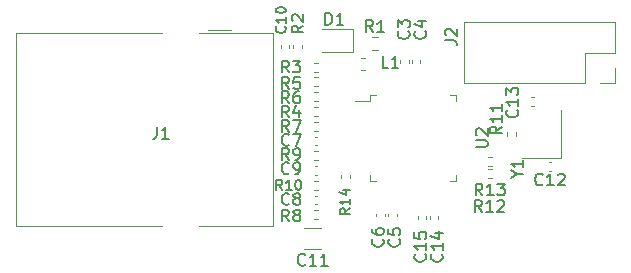
<source format=gbr>
%TF.GenerationSoftware,KiCad,Pcbnew,(6.0.4)*%
%TF.CreationDate,2022-06-15T11:08:03+02:00*%
%TF.ProjectId,W5500_Shield_Ethernet,57353530-305f-4536-9869-656c645f4574,rev?*%
%TF.SameCoordinates,Original*%
%TF.FileFunction,Legend,Top*%
%TF.FilePolarity,Positive*%
%FSLAX46Y46*%
G04 Gerber Fmt 4.6, Leading zero omitted, Abs format (unit mm)*
G04 Created by KiCad (PCBNEW (6.0.4)) date 2022-06-15 11:08:03*
%MOMM*%
%LPD*%
G01*
G04 APERTURE LIST*
%ADD10C,0.150000*%
%ADD11C,0.120000*%
G04 APERTURE END LIST*
D10*
%TO.C,Y1*%
X123576190Y-73076190D02*
X124052380Y-73076190D01*
X123052380Y-73409523D02*
X123576190Y-73076190D01*
X123052380Y-72742857D01*
X124052380Y-71885714D02*
X124052380Y-72457142D01*
X124052380Y-72171428D02*
X123052380Y-72171428D01*
X123195238Y-72266666D01*
X123290476Y-72361904D01*
X123338095Y-72457142D01*
%TO.C,C13*%
X123557142Y-67642857D02*
X123604761Y-67690476D01*
X123652380Y-67833333D01*
X123652380Y-67928571D01*
X123604761Y-68071428D01*
X123509523Y-68166666D01*
X123414285Y-68214285D01*
X123223809Y-68261904D01*
X123080952Y-68261904D01*
X122890476Y-68214285D01*
X122795238Y-68166666D01*
X122700000Y-68071428D01*
X122652380Y-67928571D01*
X122652380Y-67833333D01*
X122700000Y-67690476D01*
X122747619Y-67642857D01*
X123652380Y-66690476D02*
X123652380Y-67261904D01*
X123652380Y-66976190D02*
X122652380Y-66976190D01*
X122795238Y-67071428D01*
X122890476Y-67166666D01*
X122938095Y-67261904D01*
X122652380Y-66357142D02*
X122652380Y-65738095D01*
X123033333Y-66071428D01*
X123033333Y-65928571D01*
X123080952Y-65833333D01*
X123128571Y-65785714D01*
X123223809Y-65738095D01*
X123461904Y-65738095D01*
X123557142Y-65785714D01*
X123604761Y-65833333D01*
X123652380Y-65928571D01*
X123652380Y-66214285D01*
X123604761Y-66309523D01*
X123557142Y-66357142D01*
%TO.C,C10*%
X103903571Y-60546428D02*
X103944047Y-60586904D01*
X103984523Y-60708333D01*
X103984523Y-60789285D01*
X103944047Y-60910714D01*
X103863095Y-60991666D01*
X103782142Y-61032142D01*
X103620238Y-61072619D01*
X103498809Y-61072619D01*
X103336904Y-61032142D01*
X103255952Y-60991666D01*
X103175000Y-60910714D01*
X103134523Y-60789285D01*
X103134523Y-60708333D01*
X103175000Y-60586904D01*
X103215476Y-60546428D01*
X103984523Y-59736904D02*
X103984523Y-60222619D01*
X103984523Y-59979761D02*
X103134523Y-59979761D01*
X103255952Y-60060714D01*
X103336904Y-60141666D01*
X103377380Y-60222619D01*
X103134523Y-59210714D02*
X103134523Y-59129761D01*
X103175000Y-59048809D01*
X103215476Y-59008333D01*
X103296428Y-58967857D01*
X103458333Y-58927380D01*
X103660714Y-58927380D01*
X103822619Y-58967857D01*
X103903571Y-59008333D01*
X103944047Y-59048809D01*
X103984523Y-59129761D01*
X103984523Y-59210714D01*
X103944047Y-59291666D01*
X103903571Y-59332142D01*
X103822619Y-59372619D01*
X103660714Y-59413095D01*
X103458333Y-59413095D01*
X103296428Y-59372619D01*
X103215476Y-59332142D01*
X103175000Y-59291666D01*
X103134523Y-59210714D01*
%TO.C,R12*%
X120557142Y-76252380D02*
X120223809Y-75776190D01*
X119985714Y-76252380D02*
X119985714Y-75252380D01*
X120366666Y-75252380D01*
X120461904Y-75300000D01*
X120509523Y-75347619D01*
X120557142Y-75442857D01*
X120557142Y-75585714D01*
X120509523Y-75680952D01*
X120461904Y-75728571D01*
X120366666Y-75776190D01*
X119985714Y-75776190D01*
X121509523Y-76252380D02*
X120938095Y-76252380D01*
X121223809Y-76252380D02*
X121223809Y-75252380D01*
X121128571Y-75395238D01*
X121033333Y-75490476D01*
X120938095Y-75538095D01*
X121890476Y-75347619D02*
X121938095Y-75300000D01*
X122033333Y-75252380D01*
X122271428Y-75252380D01*
X122366666Y-75300000D01*
X122414285Y-75347619D01*
X122461904Y-75442857D01*
X122461904Y-75538095D01*
X122414285Y-75680952D01*
X121842857Y-76252380D01*
X122461904Y-76252380D01*
%TO.C,R11*%
X122252380Y-69042857D02*
X121776190Y-69376190D01*
X122252380Y-69614285D02*
X121252380Y-69614285D01*
X121252380Y-69233333D01*
X121300000Y-69138095D01*
X121347619Y-69090476D01*
X121442857Y-69042857D01*
X121585714Y-69042857D01*
X121680952Y-69090476D01*
X121728571Y-69138095D01*
X121776190Y-69233333D01*
X121776190Y-69614285D01*
X122252380Y-68090476D02*
X122252380Y-68661904D01*
X122252380Y-68376190D02*
X121252380Y-68376190D01*
X121395238Y-68471428D01*
X121490476Y-68566666D01*
X121538095Y-68661904D01*
X122252380Y-67138095D02*
X122252380Y-67709523D01*
X122252380Y-67423809D02*
X121252380Y-67423809D01*
X121395238Y-67519047D01*
X121490476Y-67614285D01*
X121538095Y-67709523D01*
%TO.C,C8*%
X104233333Y-75557142D02*
X104185714Y-75604761D01*
X104042857Y-75652380D01*
X103947619Y-75652380D01*
X103804761Y-75604761D01*
X103709523Y-75509523D01*
X103661904Y-75414285D01*
X103614285Y-75223809D01*
X103614285Y-75080952D01*
X103661904Y-74890476D01*
X103709523Y-74795238D01*
X103804761Y-74700000D01*
X103947619Y-74652380D01*
X104042857Y-74652380D01*
X104185714Y-74700000D01*
X104233333Y-74747619D01*
X104804761Y-75080952D02*
X104709523Y-75033333D01*
X104661904Y-74985714D01*
X104614285Y-74890476D01*
X104614285Y-74842857D01*
X104661904Y-74747619D01*
X104709523Y-74700000D01*
X104804761Y-74652380D01*
X104995238Y-74652380D01*
X105090476Y-74700000D01*
X105138095Y-74747619D01*
X105185714Y-74842857D01*
X105185714Y-74890476D01*
X105138095Y-74985714D01*
X105090476Y-75033333D01*
X104995238Y-75080952D01*
X104804761Y-75080952D01*
X104709523Y-75128571D01*
X104661904Y-75176190D01*
X104614285Y-75271428D01*
X104614285Y-75461904D01*
X104661904Y-75557142D01*
X104709523Y-75604761D01*
X104804761Y-75652380D01*
X104995238Y-75652380D01*
X105090476Y-75604761D01*
X105138095Y-75557142D01*
X105185714Y-75461904D01*
X105185714Y-75271428D01*
X105138095Y-75176190D01*
X105090476Y-75128571D01*
X104995238Y-75080952D01*
%TO.C,L1*%
X112633333Y-64052380D02*
X112157142Y-64052380D01*
X112157142Y-63052380D01*
X113490476Y-64052380D02*
X112919047Y-64052380D01*
X113204761Y-64052380D02*
X113204761Y-63052380D01*
X113109523Y-63195238D01*
X113014285Y-63290476D01*
X112919047Y-63338095D01*
%TO.C,C14*%
X117157142Y-79842857D02*
X117204761Y-79890476D01*
X117252380Y-80033333D01*
X117252380Y-80128571D01*
X117204761Y-80271428D01*
X117109523Y-80366666D01*
X117014285Y-80414285D01*
X116823809Y-80461904D01*
X116680952Y-80461904D01*
X116490476Y-80414285D01*
X116395238Y-80366666D01*
X116300000Y-80271428D01*
X116252380Y-80128571D01*
X116252380Y-80033333D01*
X116300000Y-79890476D01*
X116347619Y-79842857D01*
X117252380Y-78890476D02*
X117252380Y-79461904D01*
X117252380Y-79176190D02*
X116252380Y-79176190D01*
X116395238Y-79271428D01*
X116490476Y-79366666D01*
X116538095Y-79461904D01*
X116585714Y-78033333D02*
X117252380Y-78033333D01*
X116204761Y-78271428D02*
X116919047Y-78509523D01*
X116919047Y-77890476D01*
%TO.C,R10*%
X103653571Y-74384523D02*
X103370238Y-73979761D01*
X103167857Y-74384523D02*
X103167857Y-73534523D01*
X103491666Y-73534523D01*
X103572619Y-73575000D01*
X103613095Y-73615476D01*
X103653571Y-73696428D01*
X103653571Y-73817857D01*
X103613095Y-73898809D01*
X103572619Y-73939285D01*
X103491666Y-73979761D01*
X103167857Y-73979761D01*
X104463095Y-74384523D02*
X103977380Y-74384523D01*
X104220238Y-74384523D02*
X104220238Y-73534523D01*
X104139285Y-73655952D01*
X104058333Y-73736904D01*
X103977380Y-73777380D01*
X104989285Y-73534523D02*
X105070238Y-73534523D01*
X105151190Y-73575000D01*
X105191666Y-73615476D01*
X105232142Y-73696428D01*
X105272619Y-73858333D01*
X105272619Y-74060714D01*
X105232142Y-74222619D01*
X105191666Y-74303571D01*
X105151190Y-74344047D01*
X105070238Y-74384523D01*
X104989285Y-74384523D01*
X104908333Y-74344047D01*
X104867857Y-74303571D01*
X104827380Y-74222619D01*
X104786904Y-74060714D01*
X104786904Y-73858333D01*
X104827380Y-73696428D01*
X104867857Y-73615476D01*
X104908333Y-73575000D01*
X104989285Y-73534523D01*
%TO.C,C11*%
X105607142Y-80707142D02*
X105559523Y-80754761D01*
X105416666Y-80802380D01*
X105321428Y-80802380D01*
X105178571Y-80754761D01*
X105083333Y-80659523D01*
X105035714Y-80564285D01*
X104988095Y-80373809D01*
X104988095Y-80230952D01*
X105035714Y-80040476D01*
X105083333Y-79945238D01*
X105178571Y-79850000D01*
X105321428Y-79802380D01*
X105416666Y-79802380D01*
X105559523Y-79850000D01*
X105607142Y-79897619D01*
X106559523Y-80802380D02*
X105988095Y-80802380D01*
X106273809Y-80802380D02*
X106273809Y-79802380D01*
X106178571Y-79945238D01*
X106083333Y-80040476D01*
X105988095Y-80088095D01*
X107511904Y-80802380D02*
X106940476Y-80802380D01*
X107226190Y-80802380D02*
X107226190Y-79802380D01*
X107130952Y-79945238D01*
X107035714Y-80040476D01*
X106940476Y-80088095D01*
%TO.C,C12*%
X125707142Y-73917142D02*
X125659523Y-73964761D01*
X125516666Y-74012380D01*
X125421428Y-74012380D01*
X125278571Y-73964761D01*
X125183333Y-73869523D01*
X125135714Y-73774285D01*
X125088095Y-73583809D01*
X125088095Y-73440952D01*
X125135714Y-73250476D01*
X125183333Y-73155238D01*
X125278571Y-73060000D01*
X125421428Y-73012380D01*
X125516666Y-73012380D01*
X125659523Y-73060000D01*
X125707142Y-73107619D01*
X126659523Y-74012380D02*
X126088095Y-74012380D01*
X126373809Y-74012380D02*
X126373809Y-73012380D01*
X126278571Y-73155238D01*
X126183333Y-73250476D01*
X126088095Y-73298095D01*
X127040476Y-73107619D02*
X127088095Y-73060000D01*
X127183333Y-73012380D01*
X127421428Y-73012380D01*
X127516666Y-73060000D01*
X127564285Y-73107619D01*
X127611904Y-73202857D01*
X127611904Y-73298095D01*
X127564285Y-73440952D01*
X126992857Y-74012380D01*
X127611904Y-74012380D01*
%TO.C,C7*%
X104233333Y-70557142D02*
X104185714Y-70604761D01*
X104042857Y-70652380D01*
X103947619Y-70652380D01*
X103804761Y-70604761D01*
X103709523Y-70509523D01*
X103661904Y-70414285D01*
X103614285Y-70223809D01*
X103614285Y-70080952D01*
X103661904Y-69890476D01*
X103709523Y-69795238D01*
X103804761Y-69700000D01*
X103947619Y-69652380D01*
X104042857Y-69652380D01*
X104185714Y-69700000D01*
X104233333Y-69747619D01*
X104566666Y-69652380D02*
X105233333Y-69652380D01*
X104804761Y-70652380D01*
%TO.C,U2*%
X120052380Y-70761904D02*
X120861904Y-70761904D01*
X120957142Y-70714285D01*
X121004761Y-70666666D01*
X121052380Y-70571428D01*
X121052380Y-70380952D01*
X121004761Y-70285714D01*
X120957142Y-70238095D01*
X120861904Y-70190476D01*
X120052380Y-70190476D01*
X120147619Y-69761904D02*
X120100000Y-69714285D01*
X120052380Y-69619047D01*
X120052380Y-69380952D01*
X120100000Y-69285714D01*
X120147619Y-69238095D01*
X120242857Y-69190476D01*
X120338095Y-69190476D01*
X120480952Y-69238095D01*
X121052380Y-69809523D01*
X121052380Y-69190476D01*
%TO.C,R7*%
X104233333Y-69452380D02*
X103900000Y-68976190D01*
X103661904Y-69452380D02*
X103661904Y-68452380D01*
X104042857Y-68452380D01*
X104138095Y-68500000D01*
X104185714Y-68547619D01*
X104233333Y-68642857D01*
X104233333Y-68785714D01*
X104185714Y-68880952D01*
X104138095Y-68928571D01*
X104042857Y-68976190D01*
X103661904Y-68976190D01*
X104566666Y-68452380D02*
X105233333Y-68452380D01*
X104804761Y-69452380D01*
%TO.C,C15*%
X115757142Y-79842857D02*
X115804761Y-79890476D01*
X115852380Y-80033333D01*
X115852380Y-80128571D01*
X115804761Y-80271428D01*
X115709523Y-80366666D01*
X115614285Y-80414285D01*
X115423809Y-80461904D01*
X115280952Y-80461904D01*
X115090476Y-80414285D01*
X114995238Y-80366666D01*
X114900000Y-80271428D01*
X114852380Y-80128571D01*
X114852380Y-80033333D01*
X114900000Y-79890476D01*
X114947619Y-79842857D01*
X115852380Y-78890476D02*
X115852380Y-79461904D01*
X115852380Y-79176190D02*
X114852380Y-79176190D01*
X114995238Y-79271428D01*
X115090476Y-79366666D01*
X115138095Y-79461904D01*
X114852380Y-77985714D02*
X114852380Y-78461904D01*
X115328571Y-78509523D01*
X115280952Y-78461904D01*
X115233333Y-78366666D01*
X115233333Y-78128571D01*
X115280952Y-78033333D01*
X115328571Y-77985714D01*
X115423809Y-77938095D01*
X115661904Y-77938095D01*
X115757142Y-77985714D01*
X115804761Y-78033333D01*
X115852380Y-78128571D01*
X115852380Y-78366666D01*
X115804761Y-78461904D01*
X115757142Y-78509523D01*
%TO.C,R6*%
X104233333Y-67052380D02*
X103900000Y-66576190D01*
X103661904Y-67052380D02*
X103661904Y-66052380D01*
X104042857Y-66052380D01*
X104138095Y-66100000D01*
X104185714Y-66147619D01*
X104233333Y-66242857D01*
X104233333Y-66385714D01*
X104185714Y-66480952D01*
X104138095Y-66528571D01*
X104042857Y-66576190D01*
X103661904Y-66576190D01*
X105090476Y-66052380D02*
X104900000Y-66052380D01*
X104804761Y-66100000D01*
X104757142Y-66147619D01*
X104661904Y-66290476D01*
X104614285Y-66480952D01*
X104614285Y-66861904D01*
X104661904Y-66957142D01*
X104709523Y-67004761D01*
X104804761Y-67052380D01*
X104995238Y-67052380D01*
X105090476Y-67004761D01*
X105138095Y-66957142D01*
X105185714Y-66861904D01*
X105185714Y-66623809D01*
X105138095Y-66528571D01*
X105090476Y-66480952D01*
X104995238Y-66433333D01*
X104804761Y-66433333D01*
X104709523Y-66480952D01*
X104661904Y-66528571D01*
X104614285Y-66623809D01*
%TO.C,R8*%
X104233333Y-77052380D02*
X103900000Y-76576190D01*
X103661904Y-77052380D02*
X103661904Y-76052380D01*
X104042857Y-76052380D01*
X104138095Y-76100000D01*
X104185714Y-76147619D01*
X104233333Y-76242857D01*
X104233333Y-76385714D01*
X104185714Y-76480952D01*
X104138095Y-76528571D01*
X104042857Y-76576190D01*
X103661904Y-76576190D01*
X104804761Y-76480952D02*
X104709523Y-76433333D01*
X104661904Y-76385714D01*
X104614285Y-76290476D01*
X104614285Y-76242857D01*
X104661904Y-76147619D01*
X104709523Y-76100000D01*
X104804761Y-76052380D01*
X104995238Y-76052380D01*
X105090476Y-76100000D01*
X105138095Y-76147619D01*
X105185714Y-76242857D01*
X105185714Y-76290476D01*
X105138095Y-76385714D01*
X105090476Y-76433333D01*
X104995238Y-76480952D01*
X104804761Y-76480952D01*
X104709523Y-76528571D01*
X104661904Y-76576190D01*
X104614285Y-76671428D01*
X104614285Y-76861904D01*
X104661904Y-76957142D01*
X104709523Y-77004761D01*
X104804761Y-77052380D01*
X104995238Y-77052380D01*
X105090476Y-77004761D01*
X105138095Y-76957142D01*
X105185714Y-76861904D01*
X105185714Y-76671428D01*
X105138095Y-76576190D01*
X105090476Y-76528571D01*
X104995238Y-76480952D01*
%TO.C,J1*%
X93066666Y-69052380D02*
X93066666Y-69766666D01*
X93019047Y-69909523D01*
X92923809Y-70004761D01*
X92780952Y-70052380D01*
X92685714Y-70052380D01*
X94066666Y-70052380D02*
X93495238Y-70052380D01*
X93780952Y-70052380D02*
X93780952Y-69052380D01*
X93685714Y-69195238D01*
X93590476Y-69290476D01*
X93495238Y-69338095D01*
%TO.C,J2*%
X117452380Y-61733333D02*
X118166666Y-61733333D01*
X118309523Y-61780952D01*
X118404761Y-61876190D01*
X118452380Y-62019047D01*
X118452380Y-62114285D01*
X117547619Y-61304761D02*
X117500000Y-61257142D01*
X117452380Y-61161904D01*
X117452380Y-60923809D01*
X117500000Y-60828571D01*
X117547619Y-60780952D01*
X117642857Y-60733333D01*
X117738095Y-60733333D01*
X117880952Y-60780952D01*
X118452380Y-61352380D01*
X118452380Y-60733333D01*
%TO.C,C9*%
X104233333Y-72957142D02*
X104185714Y-73004761D01*
X104042857Y-73052380D01*
X103947619Y-73052380D01*
X103804761Y-73004761D01*
X103709523Y-72909523D01*
X103661904Y-72814285D01*
X103614285Y-72623809D01*
X103614285Y-72480952D01*
X103661904Y-72290476D01*
X103709523Y-72195238D01*
X103804761Y-72100000D01*
X103947619Y-72052380D01*
X104042857Y-72052380D01*
X104185714Y-72100000D01*
X104233333Y-72147619D01*
X104709523Y-73052380D02*
X104900000Y-73052380D01*
X104995238Y-73004761D01*
X105042857Y-72957142D01*
X105138095Y-72814285D01*
X105185714Y-72623809D01*
X105185714Y-72242857D01*
X105138095Y-72147619D01*
X105090476Y-72100000D01*
X104995238Y-72052380D01*
X104804761Y-72052380D01*
X104709523Y-72100000D01*
X104661904Y-72147619D01*
X104614285Y-72242857D01*
X104614285Y-72480952D01*
X104661904Y-72576190D01*
X104709523Y-72623809D01*
X104804761Y-72671428D01*
X104995238Y-72671428D01*
X105090476Y-72623809D01*
X105138095Y-72576190D01*
X105185714Y-72480952D01*
%TO.C,D1*%
X107318154Y-60402380D02*
X107318154Y-59402380D01*
X107556250Y-59402380D01*
X107699107Y-59450000D01*
X107794345Y-59545238D01*
X107841964Y-59640476D01*
X107889583Y-59830952D01*
X107889583Y-59973809D01*
X107841964Y-60164285D01*
X107794345Y-60259523D01*
X107699107Y-60354761D01*
X107556250Y-60402380D01*
X107318154Y-60402380D01*
X108841964Y-60402380D02*
X108270535Y-60402380D01*
X108556250Y-60402380D02*
X108556250Y-59402380D01*
X108461011Y-59545238D01*
X108365773Y-59640476D01*
X108270535Y-59688095D01*
%TO.C,R5*%
X104233333Y-65852380D02*
X103900000Y-65376190D01*
X103661904Y-65852380D02*
X103661904Y-64852380D01*
X104042857Y-64852380D01*
X104138095Y-64900000D01*
X104185714Y-64947619D01*
X104233333Y-65042857D01*
X104233333Y-65185714D01*
X104185714Y-65280952D01*
X104138095Y-65328571D01*
X104042857Y-65376190D01*
X103661904Y-65376190D01*
X105138095Y-64852380D02*
X104661904Y-64852380D01*
X104614285Y-65328571D01*
X104661904Y-65280952D01*
X104757142Y-65233333D01*
X104995238Y-65233333D01*
X105090476Y-65280952D01*
X105138095Y-65328571D01*
X105185714Y-65423809D01*
X105185714Y-65661904D01*
X105138095Y-65757142D01*
X105090476Y-65804761D01*
X104995238Y-65852380D01*
X104757142Y-65852380D01*
X104661904Y-65804761D01*
X104614285Y-65757142D01*
%TO.C,R4*%
X104233333Y-68252380D02*
X103900000Y-67776190D01*
X103661904Y-68252380D02*
X103661904Y-67252380D01*
X104042857Y-67252380D01*
X104138095Y-67300000D01*
X104185714Y-67347619D01*
X104233333Y-67442857D01*
X104233333Y-67585714D01*
X104185714Y-67680952D01*
X104138095Y-67728571D01*
X104042857Y-67776190D01*
X103661904Y-67776190D01*
X105090476Y-67585714D02*
X105090476Y-68252380D01*
X104852380Y-67204761D02*
X104614285Y-67919047D01*
X105233333Y-67919047D01*
%TO.C,R13*%
X120607142Y-74852380D02*
X120273809Y-74376190D01*
X120035714Y-74852380D02*
X120035714Y-73852380D01*
X120416666Y-73852380D01*
X120511904Y-73900000D01*
X120559523Y-73947619D01*
X120607142Y-74042857D01*
X120607142Y-74185714D01*
X120559523Y-74280952D01*
X120511904Y-74328571D01*
X120416666Y-74376190D01*
X120035714Y-74376190D01*
X121559523Y-74852380D02*
X120988095Y-74852380D01*
X121273809Y-74852380D02*
X121273809Y-73852380D01*
X121178571Y-73995238D01*
X121083333Y-74090476D01*
X120988095Y-74138095D01*
X121892857Y-73852380D02*
X122511904Y-73852380D01*
X122178571Y-74233333D01*
X122321428Y-74233333D01*
X122416666Y-74280952D01*
X122464285Y-74328571D01*
X122511904Y-74423809D01*
X122511904Y-74661904D01*
X122464285Y-74757142D01*
X122416666Y-74804761D01*
X122321428Y-74852380D01*
X122035714Y-74852380D01*
X121940476Y-74804761D01*
X121892857Y-74757142D01*
%TO.C,C4*%
X115757142Y-60966666D02*
X115804761Y-61014285D01*
X115852380Y-61157142D01*
X115852380Y-61252380D01*
X115804761Y-61395238D01*
X115709523Y-61490476D01*
X115614285Y-61538095D01*
X115423809Y-61585714D01*
X115280952Y-61585714D01*
X115090476Y-61538095D01*
X114995238Y-61490476D01*
X114900000Y-61395238D01*
X114852380Y-61252380D01*
X114852380Y-61157142D01*
X114900000Y-61014285D01*
X114947619Y-60966666D01*
X115185714Y-60109523D02*
X115852380Y-60109523D01*
X114804761Y-60347619D02*
X115519047Y-60585714D01*
X115519047Y-59966666D01*
%TO.C,R9*%
X104233333Y-71852380D02*
X103900000Y-71376190D01*
X103661904Y-71852380D02*
X103661904Y-70852380D01*
X104042857Y-70852380D01*
X104138095Y-70900000D01*
X104185714Y-70947619D01*
X104233333Y-71042857D01*
X104233333Y-71185714D01*
X104185714Y-71280952D01*
X104138095Y-71328571D01*
X104042857Y-71376190D01*
X103661904Y-71376190D01*
X104709523Y-71852380D02*
X104900000Y-71852380D01*
X104995238Y-71804761D01*
X105042857Y-71757142D01*
X105138095Y-71614285D01*
X105185714Y-71423809D01*
X105185714Y-71042857D01*
X105138095Y-70947619D01*
X105090476Y-70900000D01*
X104995238Y-70852380D01*
X104804761Y-70852380D01*
X104709523Y-70900000D01*
X104661904Y-70947619D01*
X104614285Y-71042857D01*
X104614285Y-71280952D01*
X104661904Y-71376190D01*
X104709523Y-71423809D01*
X104804761Y-71471428D01*
X104995238Y-71471428D01*
X105090476Y-71423809D01*
X105138095Y-71376190D01*
X105185714Y-71280952D01*
%TO.C,R14*%
X109384523Y-75946428D02*
X108979761Y-76229761D01*
X109384523Y-76432142D02*
X108534523Y-76432142D01*
X108534523Y-76108333D01*
X108575000Y-76027380D01*
X108615476Y-75986904D01*
X108696428Y-75946428D01*
X108817857Y-75946428D01*
X108898809Y-75986904D01*
X108939285Y-76027380D01*
X108979761Y-76108333D01*
X108979761Y-76432142D01*
X109384523Y-75136904D02*
X109384523Y-75622619D01*
X109384523Y-75379761D02*
X108534523Y-75379761D01*
X108655952Y-75460714D01*
X108736904Y-75541666D01*
X108777380Y-75622619D01*
X108817857Y-74408333D02*
X109384523Y-74408333D01*
X108494047Y-74610714D02*
X109101190Y-74813095D01*
X109101190Y-74286904D01*
%TO.C,R3*%
X104233333Y-64452380D02*
X103900000Y-63976190D01*
X103661904Y-64452380D02*
X103661904Y-63452380D01*
X104042857Y-63452380D01*
X104138095Y-63500000D01*
X104185714Y-63547619D01*
X104233333Y-63642857D01*
X104233333Y-63785714D01*
X104185714Y-63880952D01*
X104138095Y-63928571D01*
X104042857Y-63976190D01*
X103661904Y-63976190D01*
X104566666Y-63452380D02*
X105185714Y-63452380D01*
X104852380Y-63833333D01*
X104995238Y-63833333D01*
X105090476Y-63880952D01*
X105138095Y-63928571D01*
X105185714Y-64023809D01*
X105185714Y-64261904D01*
X105138095Y-64357142D01*
X105090476Y-64404761D01*
X104995238Y-64452380D01*
X104709523Y-64452380D01*
X104614285Y-64404761D01*
X104566666Y-64357142D01*
%TO.C,C5*%
X113557142Y-78566666D02*
X113604761Y-78614285D01*
X113652380Y-78757142D01*
X113652380Y-78852380D01*
X113604761Y-78995238D01*
X113509523Y-79090476D01*
X113414285Y-79138095D01*
X113223809Y-79185714D01*
X113080952Y-79185714D01*
X112890476Y-79138095D01*
X112795238Y-79090476D01*
X112700000Y-78995238D01*
X112652380Y-78852380D01*
X112652380Y-78757142D01*
X112700000Y-78614285D01*
X112747619Y-78566666D01*
X112652380Y-77661904D02*
X112652380Y-78138095D01*
X113128571Y-78185714D01*
X113080952Y-78138095D01*
X113033333Y-78042857D01*
X113033333Y-77804761D01*
X113080952Y-77709523D01*
X113128571Y-77661904D01*
X113223809Y-77614285D01*
X113461904Y-77614285D01*
X113557142Y-77661904D01*
X113604761Y-77709523D01*
X113652380Y-77804761D01*
X113652380Y-78042857D01*
X113604761Y-78138095D01*
X113557142Y-78185714D01*
%TO.C,C3*%
X114357142Y-60966666D02*
X114404761Y-61014285D01*
X114452380Y-61157142D01*
X114452380Y-61252380D01*
X114404761Y-61395238D01*
X114309523Y-61490476D01*
X114214285Y-61538095D01*
X114023809Y-61585714D01*
X113880952Y-61585714D01*
X113690476Y-61538095D01*
X113595238Y-61490476D01*
X113500000Y-61395238D01*
X113452380Y-61252380D01*
X113452380Y-61157142D01*
X113500000Y-61014285D01*
X113547619Y-60966666D01*
X113452380Y-60633333D02*
X113452380Y-60014285D01*
X113833333Y-60347619D01*
X113833333Y-60204761D01*
X113880952Y-60109523D01*
X113928571Y-60061904D01*
X114023809Y-60014285D01*
X114261904Y-60014285D01*
X114357142Y-60061904D01*
X114404761Y-60109523D01*
X114452380Y-60204761D01*
X114452380Y-60490476D01*
X114404761Y-60585714D01*
X114357142Y-60633333D01*
%TO.C,R1*%
X111333333Y-61022380D02*
X111000000Y-60546190D01*
X110761904Y-61022380D02*
X110761904Y-60022380D01*
X111142857Y-60022380D01*
X111238095Y-60070000D01*
X111285714Y-60117619D01*
X111333333Y-60212857D01*
X111333333Y-60355714D01*
X111285714Y-60450952D01*
X111238095Y-60498571D01*
X111142857Y-60546190D01*
X110761904Y-60546190D01*
X112285714Y-61022380D02*
X111714285Y-61022380D01*
X112000000Y-61022380D02*
X112000000Y-60022380D01*
X111904761Y-60165238D01*
X111809523Y-60260476D01*
X111714285Y-60308095D01*
%TO.C,C6*%
X112157142Y-78566666D02*
X112204761Y-78614285D01*
X112252380Y-78757142D01*
X112252380Y-78852380D01*
X112204761Y-78995238D01*
X112109523Y-79090476D01*
X112014285Y-79138095D01*
X111823809Y-79185714D01*
X111680952Y-79185714D01*
X111490476Y-79138095D01*
X111395238Y-79090476D01*
X111300000Y-78995238D01*
X111252380Y-78852380D01*
X111252380Y-78757142D01*
X111300000Y-78614285D01*
X111347619Y-78566666D01*
X111252380Y-77709523D02*
X111252380Y-77900000D01*
X111300000Y-77995238D01*
X111347619Y-78042857D01*
X111490476Y-78138095D01*
X111680952Y-78185714D01*
X112061904Y-78185714D01*
X112157142Y-78138095D01*
X112204761Y-78090476D01*
X112252380Y-77995238D01*
X112252380Y-77804761D01*
X112204761Y-77709523D01*
X112157142Y-77661904D01*
X112061904Y-77614285D01*
X111823809Y-77614285D01*
X111728571Y-77661904D01*
X111680952Y-77709523D01*
X111633333Y-77804761D01*
X111633333Y-77995238D01*
X111680952Y-78090476D01*
X111728571Y-78138095D01*
X111823809Y-78185714D01*
%TO.C,R2*%
X105452380Y-60476666D02*
X104976190Y-60810000D01*
X105452380Y-61048095D02*
X104452380Y-61048095D01*
X104452380Y-60667142D01*
X104500000Y-60571904D01*
X104547619Y-60524285D01*
X104642857Y-60476666D01*
X104785714Y-60476666D01*
X104880952Y-60524285D01*
X104928571Y-60571904D01*
X104976190Y-60667142D01*
X104976190Y-61048095D01*
X104547619Y-60095714D02*
X104500000Y-60048095D01*
X104452380Y-59952857D01*
X104452380Y-59714761D01*
X104500000Y-59619523D01*
X104547619Y-59571904D01*
X104642857Y-59524285D01*
X104738095Y-59524285D01*
X104880952Y-59571904D01*
X105452380Y-60143333D01*
X105452380Y-59524285D01*
D11*
%TO.C,Y1*%
X123950000Y-71650000D02*
X127250000Y-71650000D01*
X127250000Y-71650000D02*
X127250000Y-67650000D01*
%TO.C,C13*%
X124742164Y-67260000D02*
X124957836Y-67260000D01*
X124742164Y-66540000D02*
X124957836Y-66540000D01*
%TO.C,C10*%
X103540000Y-62347836D02*
X103540000Y-62132164D01*
X104260000Y-62347836D02*
X104260000Y-62132164D01*
%TO.C,R12*%
X121096359Y-72620000D02*
X121403641Y-72620000D01*
X121096359Y-73380000D02*
X121403641Y-73380000D01*
%TO.C,R11*%
X122720000Y-69803641D02*
X122720000Y-69496359D01*
X123480000Y-69803641D02*
X123480000Y-69496359D01*
%TO.C,C8*%
X106627836Y-75610000D02*
X106412164Y-75610000D01*
X106627836Y-74890000D02*
X106412164Y-74890000D01*
%TO.C,L1*%
X110662779Y-64260000D02*
X110337221Y-64260000D01*
X110662779Y-63240000D02*
X110337221Y-63240000D01*
%TO.C,C14*%
X116860000Y-76642164D02*
X116860000Y-76857836D01*
X116140000Y-76642164D02*
X116140000Y-76857836D01*
%TO.C,R10*%
X106673641Y-74380000D02*
X106366359Y-74380000D01*
X106673641Y-73620000D02*
X106366359Y-73620000D01*
%TO.C,C11*%
X106961252Y-77590000D02*
X105538748Y-77590000D01*
X106961252Y-79410000D02*
X105538748Y-79410000D01*
%TO.C,C12*%
X126457836Y-72760000D02*
X126242164Y-72760000D01*
X126457836Y-72040000D02*
X126242164Y-72040000D01*
%TO.C,C7*%
X106627836Y-70610000D02*
X106412164Y-70610000D01*
X106627836Y-69890000D02*
X106412164Y-69890000D01*
%TO.C,U2*%
X111140000Y-66390000D02*
X111140000Y-66840000D01*
X111140000Y-73610000D02*
X111140000Y-73160000D01*
X117910000Y-66390000D02*
X118360000Y-66390000D01*
X111140000Y-66840000D02*
X109850000Y-66840000D01*
X118360000Y-73610000D02*
X118360000Y-73160000D01*
X111590000Y-66390000D02*
X111140000Y-66390000D01*
X118360000Y-66390000D02*
X118360000Y-66840000D01*
X111590000Y-73610000D02*
X111140000Y-73610000D01*
X117910000Y-73610000D02*
X118360000Y-73610000D01*
%TO.C,R7*%
X106673641Y-68620000D02*
X106366359Y-68620000D01*
X106673641Y-69380000D02*
X106366359Y-69380000D01*
%TO.C,C15*%
X115140000Y-76642164D02*
X115140000Y-76857836D01*
X115860000Y-76642164D02*
X115860000Y-76857836D01*
%TO.C,R6*%
X106683641Y-66120000D02*
X106376359Y-66120000D01*
X106683641Y-66880000D02*
X106376359Y-66880000D01*
%TO.C,R8*%
X106663641Y-76120000D02*
X106356359Y-76120000D01*
X106663641Y-76880000D02*
X106356359Y-76880000D01*
%TO.C,J1*%
X81105000Y-77425000D02*
X81105000Y-61075000D01*
X102895000Y-77425000D02*
X96655000Y-77420000D01*
X102895000Y-61075000D02*
X102895000Y-77425000D01*
X96655000Y-61075000D02*
X102895000Y-61075000D01*
X93455000Y-77425000D02*
X81105000Y-77425000D01*
X99345000Y-60890000D02*
X97345000Y-60890000D01*
X81105000Y-61075000D02*
X93455000Y-61075000D01*
%TO.C,J2*%
X131880000Y-62770000D02*
X129280000Y-62770000D01*
X119060000Y-60170000D02*
X119060000Y-65370000D01*
X131880000Y-65370000D02*
X130550000Y-65370000D01*
X129280000Y-65370000D02*
X119060000Y-65370000D01*
X129280000Y-62770000D02*
X129280000Y-65370000D01*
X131880000Y-64040000D02*
X131880000Y-65370000D01*
X131880000Y-60170000D02*
X131880000Y-62770000D01*
X131880000Y-60170000D02*
X119060000Y-60170000D01*
%TO.C,C9*%
X106432164Y-73110000D02*
X106647836Y-73110000D01*
X106432164Y-72390000D02*
X106647836Y-72390000D01*
%TO.C,D1*%
X109685000Y-60790000D02*
X107000000Y-60790000D01*
X109685000Y-62710000D02*
X109685000Y-60790000D01*
X107000000Y-62710000D02*
X109685000Y-62710000D01*
%TO.C,R5*%
X106673641Y-64870000D02*
X106366359Y-64870000D01*
X106673641Y-65630000D02*
X106366359Y-65630000D01*
%TO.C,R4*%
X106376359Y-68130000D02*
X106683641Y-68130000D01*
X106376359Y-67370000D02*
X106683641Y-67370000D01*
%TO.C,R13*%
X121096359Y-72380000D02*
X121403641Y-72380000D01*
X121096359Y-71620000D02*
X121403641Y-71620000D01*
%TO.C,C4*%
X114640000Y-63607836D02*
X114640000Y-63392164D01*
X115360000Y-63607836D02*
X115360000Y-63392164D01*
%TO.C,R9*%
X106673641Y-71120000D02*
X106366359Y-71120000D01*
X106673641Y-71880000D02*
X106366359Y-71880000D01*
%TO.C,R14*%
X108620000Y-73096359D02*
X108620000Y-73403641D01*
X109380000Y-73096359D02*
X109380000Y-73403641D01*
%TO.C,R3*%
X106376359Y-63620000D02*
X106683641Y-63620000D01*
X106376359Y-64380000D02*
X106683641Y-64380000D01*
%TO.C,C5*%
X112640000Y-76392164D02*
X112640000Y-76607836D01*
X113360000Y-76392164D02*
X113360000Y-76607836D01*
%TO.C,C3*%
X114360000Y-63607836D02*
X114360000Y-63392164D01*
X113640000Y-63607836D02*
X113640000Y-63392164D01*
%TO.C,R1*%
X111262742Y-62522500D02*
X111737258Y-62522500D01*
X111262742Y-61477500D02*
X111737258Y-61477500D01*
%TO.C,C6*%
X111640000Y-76392164D02*
X111640000Y-76607836D01*
X112360000Y-76392164D02*
X112360000Y-76607836D01*
%TO.C,R2*%
X104620000Y-62403641D02*
X104620000Y-62096359D01*
X105380000Y-62403641D02*
X105380000Y-62096359D01*
%TD*%
M02*

</source>
